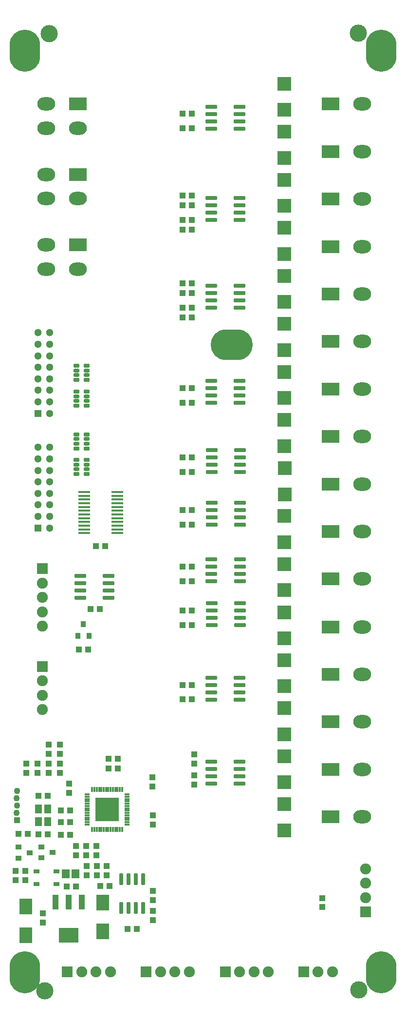
<source format=gts>
G04*
G04 #@! TF.GenerationSoftware,Altium Limited,Altium Designer,21.8.1 (53)*
G04*
G04 Layer_Color=8388736*
%FSLAX44Y44*%
%MOMM*%
G71*
G04*
G04 #@! TF.SameCoordinates,C21CB1A8-5196-45B6-BCC0-1EF7E4A1402D*
G04*
G04*
G04 #@! TF.FilePolarity,Negative*
G04*
G01*
G75*
%ADD19R,1.1000X1.1000*%
%ADD20R,1.1000X1.1000*%
G04:AMPARAMS|DCode=21|XSize=2.07mm|YSize=0.7mm|CornerRadius=0.125mm|HoleSize=0mm|Usage=FLASHONLY|Rotation=0.000|XOffset=0mm|YOffset=0mm|HoleType=Round|Shape=RoundedRectangle|*
%AMROUNDEDRECTD21*
21,1,2.0700,0.4500,0,0,0.0*
21,1,1.8200,0.7000,0,0,0.0*
1,1,0.2500,0.9100,-0.2250*
1,1,0.2500,-0.9100,-0.2250*
1,1,0.2500,-0.9100,0.2250*
1,1,0.2500,0.9100,0.2250*
%
%ADD21ROUNDEDRECTD21*%
%ADD22R,2.4000X2.4000*%
G04:AMPARAMS|DCode=23|XSize=1mm|YSize=0.71mm|CornerRadius=0.2025mm|HoleSize=0mm|Usage=FLASHONLY|Rotation=0.000|XOffset=0mm|YOffset=0mm|HoleType=Round|Shape=RoundedRectangle|*
%AMROUNDEDRECTD23*
21,1,1.0000,0.3050,0,0,0.0*
21,1,0.5950,0.7100,0,0,0.0*
1,1,0.4050,0.2975,-0.1525*
1,1,0.4050,-0.2975,-0.1525*
1,1,0.4050,-0.2975,0.1525*
1,1,0.4050,0.2975,0.1525*
%
%ADD23ROUNDEDRECTD23*%
G04:AMPARAMS|DCode=24|XSize=1mm|YSize=0.63mm|CornerRadius=0.1825mm|HoleSize=0mm|Usage=FLASHONLY|Rotation=0.000|XOffset=0mm|YOffset=0mm|HoleType=Round|Shape=RoundedRectangle|*
%AMROUNDEDRECTD24*
21,1,1.0000,0.2650,0,0,0.0*
21,1,0.6350,0.6300,0,0,0.0*
1,1,0.3650,0.3175,-0.1325*
1,1,0.3650,-0.3175,-0.1325*
1,1,0.3650,-0.3175,0.1325*
1,1,0.3650,0.3175,0.1325*
%
%ADD24ROUNDEDRECTD24*%
%ADD25R,0.3200X0.9098*%
%ADD26R,0.9098X0.3200*%
%ADD27R,4.1000X4.1000*%
%ADD28R,1.1000X0.9000*%
%ADD29R,1.0000X0.8000*%
%ADD30R,1.3000X1.5000*%
G04:AMPARAMS|DCode=31|XSize=2.07mm|YSize=0.7mm|CornerRadius=0.125mm|HoleSize=0mm|Usage=FLASHONLY|Rotation=270.000|XOffset=0mm|YOffset=0mm|HoleType=Round|Shape=RoundedRectangle|*
%AMROUNDEDRECTD31*
21,1,2.0700,0.4500,0,0,270.0*
21,1,1.8200,0.7000,0,0,270.0*
1,1,0.2500,-0.2250,-0.9100*
1,1,0.2500,-0.2250,0.9100*
1,1,0.2500,0.2250,0.9100*
1,1,0.2500,0.2250,-0.9100*
%
%ADD31ROUNDEDRECTD31*%
%ADD32R,0.9000X1.1000*%
%ADD33R,2.1000X0.4500*%
%ADD34R,3.4000X2.5000*%
%ADD35R,1.1000X2.5000*%
%ADD36R,2.3000X2.7000*%
%ADD37R,1.4000X1.6000*%
%ADD38C,3.0000*%
%ADD39O,7.3000X5.3000*%
%ADD40O,3.1000X2.3000*%
%ADD41R,3.1000X2.3000*%
%ADD42O,5.3000X7.3000*%
%ADD43C,1.3000*%
%ADD44R,1.3000X1.3000*%
%ADD45C,1.1000*%
%ADD46C,0.7000*%
%ADD47C,1.9000*%
%ADD48R,1.9000X1.9000*%
%ADD49R,1.9000X1.9000*%
D19*
X274500Y1154181D02*
D03*
X290500D02*
D03*
X274500Y1179581D02*
D03*
X290500D02*
D03*
X274500Y1306497D02*
D03*
X290500D02*
D03*
X274500Y1331897D02*
D03*
X290500D02*
D03*
X274500Y1014265D02*
D03*
X290500D02*
D03*
X274500Y988865D02*
D03*
X290500D02*
D03*
X274500Y1289250D02*
D03*
X290500D02*
D03*
X274500Y1137000D02*
D03*
X290500D02*
D03*
X274500Y1196750D02*
D03*
X290500D02*
D03*
X274500Y1349000D02*
D03*
X290500D02*
D03*
X274500Y679384D02*
D03*
X290500D02*
D03*
X274500Y704784D02*
D03*
X290500D02*
D03*
X274500Y603281D02*
D03*
X290500D02*
D03*
X274500Y777698D02*
D03*
X290500D02*
D03*
X274500Y628681D02*
D03*
X290500D02*
D03*
X274500Y803098D02*
D03*
X290500D02*
D03*
X274500Y868615D02*
D03*
X290500D02*
D03*
X274500Y894015D02*
D03*
X290500D02*
D03*
X274500Y499250D02*
D03*
X290500D02*
D03*
X274500Y1465500D02*
D03*
X290500D02*
D03*
X274500Y1490750D02*
D03*
X290500D02*
D03*
X274500Y474000D02*
D03*
X290500D02*
D03*
X-10750Y240250D02*
D03*
X5250D02*
D03*
X62250Y260750D02*
D03*
X78250D02*
D03*
X62250Y281250D02*
D03*
X78250D02*
D03*
X62250Y239000D02*
D03*
X78250D02*
D03*
X145250Y371250D02*
D03*
X161250D02*
D03*
X145250Y353750D02*
D03*
X161250D02*
D03*
X39500Y306250D02*
D03*
X23500D02*
D03*
X39500Y239750D02*
D03*
X23500D02*
D03*
X131250Y150000D02*
D03*
X147250D02*
D03*
X178250Y75500D02*
D03*
X194250D02*
D03*
X130000Y630750D02*
D03*
X114000D02*
D03*
X93750Y560750D02*
D03*
X109750D02*
D03*
X139750Y739750D02*
D03*
X123750D02*
D03*
X88500Y149500D02*
D03*
X72500D02*
D03*
X-13500Y264100D02*
D03*
D20*
X294750Y378250D02*
D03*
Y362250D02*
D03*
Y342250D02*
D03*
Y326250D02*
D03*
X125000Y169000D02*
D03*
Y185000D02*
D03*
X517250Y113250D02*
D03*
Y129250D02*
D03*
X106502Y203249D02*
D03*
Y219249D02*
D03*
X107750Y168750D02*
D03*
Y184750D02*
D03*
X142500Y169000D02*
D03*
Y185000D02*
D03*
X124000Y203250D02*
D03*
Y219250D02*
D03*
X-16500Y160250D02*
D03*
Y176250D02*
D03*
X88750Y203250D02*
D03*
Y219250D02*
D03*
X222250Y257000D02*
D03*
Y273000D02*
D03*
X76750Y327500D02*
D03*
Y311500D02*
D03*
X750Y160249D02*
D03*
Y176249D02*
D03*
X221750Y338500D02*
D03*
Y322500D02*
D03*
X22000Y346250D02*
D03*
Y362250D02*
D03*
X2750Y346250D02*
D03*
Y362250D02*
D03*
X222500Y141450D02*
D03*
Y125450D02*
D03*
Y106950D02*
D03*
Y90950D02*
D03*
X41290Y379855D02*
D03*
Y395855D02*
D03*
X41250Y362249D02*
D03*
Y346249D02*
D03*
X60500Y379855D02*
D03*
Y395855D02*
D03*
Y362249D02*
D03*
Y346249D02*
D03*
X31000Y102250D02*
D03*
Y86250D02*
D03*
D21*
X374086Y641381D02*
D03*
Y628681D02*
D03*
Y615981D02*
D03*
Y603281D02*
D03*
X324686D02*
D03*
Y615981D02*
D03*
Y628681D02*
D03*
Y641381D02*
D03*
X324500Y717484D02*
D03*
Y704784D02*
D03*
Y692084D02*
D03*
Y679384D02*
D03*
X373900D02*
D03*
Y692084D02*
D03*
Y704784D02*
D03*
Y717484D02*
D03*
X374086Y906715D02*
D03*
Y894015D02*
D03*
Y881315D02*
D03*
Y868615D02*
D03*
X324686D02*
D03*
Y881315D02*
D03*
Y894015D02*
D03*
Y906715D02*
D03*
X374086Y815798D02*
D03*
Y803098D02*
D03*
Y790398D02*
D03*
Y777698D02*
D03*
X324686D02*
D03*
Y790398D02*
D03*
Y803098D02*
D03*
Y815798D02*
D03*
X373586Y365715D02*
D03*
Y353015D02*
D03*
Y340315D02*
D03*
Y327615D02*
D03*
X324186D02*
D03*
Y340315D02*
D03*
Y353015D02*
D03*
Y365715D02*
D03*
X373586Y511965D02*
D03*
Y499265D02*
D03*
Y486565D02*
D03*
Y473865D02*
D03*
X324186D02*
D03*
Y486565D02*
D03*
Y499265D02*
D03*
Y511965D02*
D03*
X373586Y1192281D02*
D03*
Y1179581D02*
D03*
Y1166881D02*
D03*
Y1154181D02*
D03*
X324186D02*
D03*
Y1166881D02*
D03*
Y1179581D02*
D03*
Y1192281D02*
D03*
X373586Y1026965D02*
D03*
Y1014265D02*
D03*
Y1001565D02*
D03*
Y988865D02*
D03*
X324186D02*
D03*
Y1001565D02*
D03*
Y1014265D02*
D03*
Y1026965D02*
D03*
X373586Y1503414D02*
D03*
Y1490714D02*
D03*
Y1478014D02*
D03*
Y1465314D02*
D03*
X324186D02*
D03*
Y1478014D02*
D03*
Y1490714D02*
D03*
Y1503414D02*
D03*
X373586Y1344597D02*
D03*
Y1331897D02*
D03*
Y1319197D02*
D03*
Y1306497D02*
D03*
X324186D02*
D03*
Y1319197D02*
D03*
Y1331897D02*
D03*
Y1344597D02*
D03*
X96250Y650600D02*
D03*
Y663300D02*
D03*
Y676000D02*
D03*
Y688700D02*
D03*
X145650D02*
D03*
Y676000D02*
D03*
Y663300D02*
D03*
Y650600D02*
D03*
D22*
X451436Y625414D02*
D03*
Y580414D02*
D03*
X451250Y664033D02*
D03*
Y709033D02*
D03*
X451436Y1459514D02*
D03*
Y1414514D02*
D03*
Y1042514D02*
D03*
Y997514D02*
D03*
Y542114D02*
D03*
Y497114D02*
D03*
Y959114D02*
D03*
Y914114D02*
D03*
Y458714D02*
D03*
Y413714D02*
D03*
Y375314D02*
D03*
Y330314D02*
D03*
Y1542914D02*
D03*
Y1497914D02*
D03*
Y291914D02*
D03*
Y246914D02*
D03*
Y1376114D02*
D03*
Y1331114D02*
D03*
X451750Y875250D02*
D03*
Y830250D02*
D03*
X451436Y1292714D02*
D03*
Y1247714D02*
D03*
Y792314D02*
D03*
Y747314D02*
D03*
Y1209314D02*
D03*
Y1164314D02*
D03*
Y1125914D02*
D03*
Y1080914D02*
D03*
D23*
X89500Y1008550D02*
D03*
Y983750D02*
D03*
X107200D02*
D03*
Y1008550D02*
D03*
X89500Y889900D02*
D03*
Y865100D02*
D03*
X107200D02*
D03*
Y889900D02*
D03*
X89500Y934400D02*
D03*
Y909600D02*
D03*
X107200D02*
D03*
Y934400D02*
D03*
X89500Y1053400D02*
D03*
Y1028600D02*
D03*
X107200D02*
D03*
Y1053400D02*
D03*
D24*
X89500Y1000150D02*
D03*
Y992150D02*
D03*
X107200D02*
D03*
Y1000150D02*
D03*
X89500Y881500D02*
D03*
Y873500D02*
D03*
X107200D02*
D03*
Y881500D02*
D03*
X89500Y926000D02*
D03*
Y918000D02*
D03*
X107200D02*
D03*
Y926000D02*
D03*
X89500Y1045000D02*
D03*
Y1037000D02*
D03*
X107200D02*
D03*
Y1045000D02*
D03*
D25*
X117000Y248499D02*
D03*
X121000D02*
D03*
X125000D02*
D03*
X129000D02*
D03*
X133000D02*
D03*
X137000D02*
D03*
X141000D02*
D03*
X145000D02*
D03*
X149000D02*
D03*
X153000D02*
D03*
X157000D02*
D03*
X161000D02*
D03*
X165000D02*
D03*
X169000D02*
D03*
Y317401D02*
D03*
X165000D02*
D03*
X161000D02*
D03*
X157000D02*
D03*
X153000D02*
D03*
X149000D02*
D03*
X145000D02*
D03*
X141000D02*
D03*
X137000D02*
D03*
X133000D02*
D03*
X129000D02*
D03*
X125000D02*
D03*
X121000D02*
D03*
X117000D02*
D03*
D26*
X177451Y256950D02*
D03*
Y260950D02*
D03*
Y264950D02*
D03*
Y268950D02*
D03*
Y272950D02*
D03*
Y276950D02*
D03*
Y280950D02*
D03*
Y284950D02*
D03*
Y288950D02*
D03*
Y292950D02*
D03*
Y296950D02*
D03*
Y300950D02*
D03*
Y304950D02*
D03*
Y308950D02*
D03*
X108549D02*
D03*
Y304950D02*
D03*
Y300950D02*
D03*
Y296950D02*
D03*
Y292950D02*
D03*
Y288950D02*
D03*
Y284950D02*
D03*
Y280950D02*
D03*
Y276950D02*
D03*
Y272950D02*
D03*
Y268950D02*
D03*
Y264950D02*
D03*
Y260950D02*
D03*
Y256950D02*
D03*
D27*
X143000Y282950D02*
D03*
D28*
X28250Y218000D02*
D03*
Y199000D02*
D03*
X48250Y208500D02*
D03*
X-11500Y217500D02*
D03*
Y198500D02*
D03*
X8500Y208000D02*
D03*
D29*
X54500Y175000D02*
D03*
X20500Y153000D02*
D03*
Y175000D02*
D03*
X54500Y153000D02*
D03*
D30*
X39500Y262000D02*
D03*
Y284000D02*
D03*
X23500D02*
D03*
Y262000D02*
D03*
D31*
X205301Y112299D02*
D03*
X192601D02*
D03*
X179901D02*
D03*
X167201D02*
D03*
Y161699D02*
D03*
X179901D02*
D03*
X192601D02*
D03*
X205301D02*
D03*
D32*
X92250Y584750D02*
D03*
X111250D02*
D03*
X101750Y604750D02*
D03*
D33*
X103000Y834250D02*
D03*
Y827750D02*
D03*
Y821250D02*
D03*
Y814750D02*
D03*
Y808250D02*
D03*
Y801750D02*
D03*
Y795250D02*
D03*
Y788750D02*
D03*
Y782250D02*
D03*
Y775750D02*
D03*
Y769250D02*
D03*
Y762750D02*
D03*
X161000Y834250D02*
D03*
Y827750D02*
D03*
Y821250D02*
D03*
Y814750D02*
D03*
Y808250D02*
D03*
Y801750D02*
D03*
Y795250D02*
D03*
Y788750D02*
D03*
Y782250D02*
D03*
Y775750D02*
D03*
Y769250D02*
D03*
Y762750D02*
D03*
D34*
X76000Y64500D02*
D03*
D35*
X53000Y122500D02*
D03*
X76000D02*
D03*
X99000D02*
D03*
D36*
X135500Y121500D02*
D03*
Y71500D02*
D03*
X1750Y114250D02*
D03*
Y64250D02*
D03*
D37*
X88250Y171000D02*
D03*
X71250D02*
D03*
D38*
X34750Y-32250D02*
D03*
X581000Y-30250D02*
D03*
X579750Y1631000D02*
D03*
X42500Y1630000D02*
D03*
D39*
X360000Y1090000D02*
D03*
D40*
X37000Y1507914D02*
D03*
Y1465914D02*
D03*
X92000D02*
D03*
X586936Y599247D02*
D03*
X586750Y683750D02*
D03*
X37000Y1263250D02*
D03*
Y1221250D02*
D03*
X92000D02*
D03*
X37000Y1385582D02*
D03*
Y1343582D02*
D03*
X92000D02*
D03*
X586936Y1507914D02*
D03*
Y1095330D02*
D03*
Y1177847D02*
D03*
Y1260363D02*
D03*
Y765264D02*
D03*
Y1342880D02*
D03*
Y847780D02*
D03*
Y1425397D02*
D03*
Y270164D02*
D03*
Y352680D02*
D03*
Y435197D02*
D03*
Y930297D02*
D03*
Y517714D02*
D03*
Y1012814D02*
D03*
D41*
X92000Y1507914D02*
D03*
X531936Y599247D02*
D03*
X531750Y683750D02*
D03*
X92000Y1263250D02*
D03*
Y1385582D02*
D03*
X531936Y1507914D02*
D03*
Y1095330D02*
D03*
Y1177847D02*
D03*
Y1260363D02*
D03*
Y765264D02*
D03*
Y1342880D02*
D03*
Y847780D02*
D03*
Y1425397D02*
D03*
Y270164D02*
D03*
Y352680D02*
D03*
Y435197D02*
D03*
Y930297D02*
D03*
Y517714D02*
D03*
Y1012814D02*
D03*
D42*
X0Y1600000D02*
D03*
X620000D02*
D03*
Y0D02*
D03*
X0D02*
D03*
D43*
X43000Y791750D02*
D03*
Y771750D02*
D03*
Y831750D02*
D03*
Y811750D02*
D03*
Y851750D02*
D03*
Y871750D02*
D03*
Y891750D02*
D03*
Y911750D02*
D03*
X23000D02*
D03*
Y891750D02*
D03*
Y871750D02*
D03*
Y851750D02*
D03*
Y831750D02*
D03*
Y811750D02*
D03*
Y791750D02*
D03*
X43000Y990750D02*
D03*
Y970750D02*
D03*
Y1030750D02*
D03*
Y1010750D02*
D03*
Y1050750D02*
D03*
Y1070750D02*
D03*
Y1090750D02*
D03*
Y1110750D02*
D03*
X23000D02*
D03*
Y1090750D02*
D03*
Y1070750D02*
D03*
Y1050750D02*
D03*
Y1030750D02*
D03*
Y1010750D02*
D03*
Y990750D02*
D03*
D44*
Y771750D02*
D03*
Y970750D02*
D03*
D45*
X-13500Y289500D02*
D03*
X-14500Y302200D02*
D03*
Y276800D02*
D03*
X-13500Y314900D02*
D03*
D46*
X129000Y296950D02*
D03*
X138333D02*
D03*
X147667D02*
D03*
X157000D02*
D03*
X129000Y287617D02*
D03*
X138333D02*
D03*
X147667D02*
D03*
X157000D02*
D03*
X129000Y268950D02*
D03*
X138333D02*
D03*
X147667D02*
D03*
X157000D02*
D03*
Y278283D02*
D03*
X147667D02*
D03*
X138333D02*
D03*
X129000D02*
D03*
D47*
X592750Y180000D02*
D03*
Y130000D02*
D03*
Y155000D02*
D03*
X509750Y1000D02*
D03*
X534750D02*
D03*
X423500D02*
D03*
X373500D02*
D03*
X398500D02*
D03*
X148500D02*
D03*
X98500D02*
D03*
X123500D02*
D03*
X286000D02*
D03*
X236000D02*
D03*
X261000D02*
D03*
X30000Y651000D02*
D03*
Y676000D02*
D03*
Y626000D02*
D03*
Y601000D02*
D03*
Y456250D02*
D03*
Y506250D02*
D03*
Y481250D02*
D03*
D48*
X592750Y105000D02*
D03*
X30000Y701000D02*
D03*
Y531250D02*
D03*
D49*
X484750Y1000D02*
D03*
X348500D02*
D03*
X73500D02*
D03*
X211000D02*
D03*
M02*

</source>
